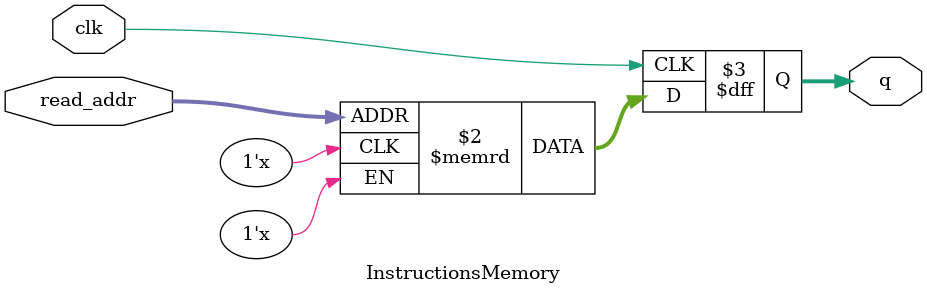
<source format=v>
module InstructionsMemory
#(parameter DATA_WIDTH=31, parameter ADDR_WIDTH=5)
(
	input [(ADDR_WIDTH-1):0] read_addr,
	input clk,
	output reg [(DATA_WIDTH-1):0] q
);

	// Declare the RAM variable
	reg [DATA_WIDTH-1:0] ram[2**ADDR_WIDTH-1:0];

	always @ (posedge clk)
	begin
		q <= ram[read_addr];
	end
endmodule

</source>
